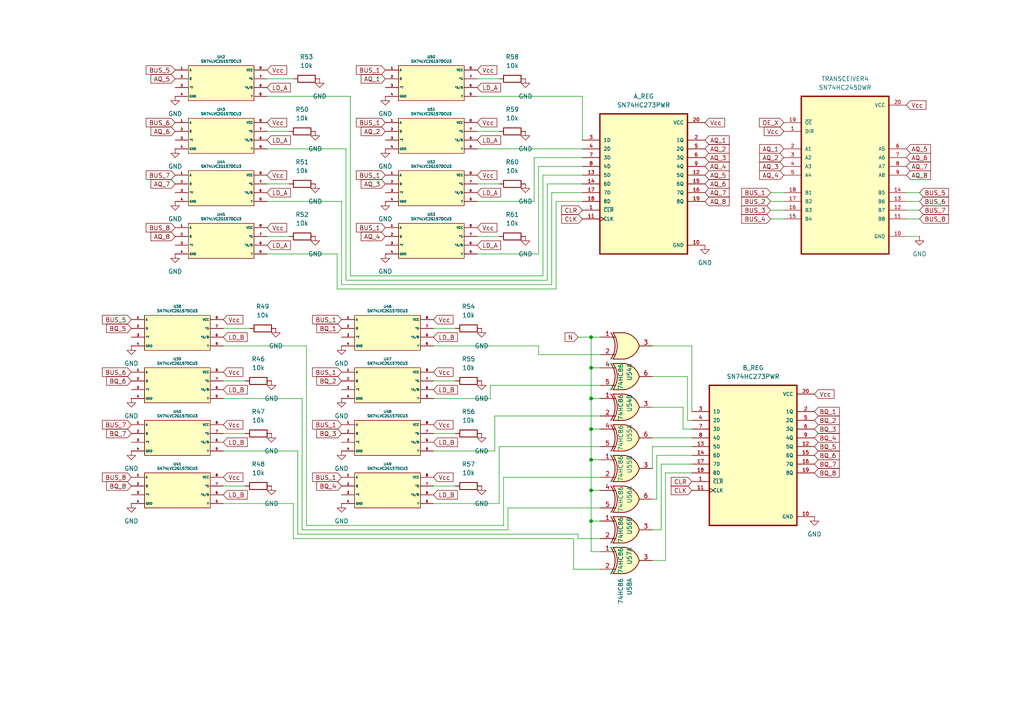
<source format=kicad_sch>
(kicad_sch (version 20250114) (generator "eeschema") (generator_version "9.0")
  (paper "A4")
  (lib_symbols
    (symbol "74xx:74HC86" (pin_names (offset 1.016))
      (property "Reference" "U" (at 0 1.27 0))
      (property "Value" "74HC86" (at 0 -1.27 0))
      (symbol "74HC86_1_0"
        (arc (start -4.4196 3.81) (mid -3.2033 0) (end -4.4196 -3.81) (stroke (width 0.254)))
        (arc (start -3.81 3.81) (mid -2.589 0) (end -3.81 -3.81) (stroke (width 0.254)))
        (polyline (pts (xy -3.81 3.81) (xy -0.635 3.81)) (stroke (width 0.254)) (fill (type background)))
        (polyline (pts (xy -3.81 -3.81) (xy -0.635 -3.81)) (stroke (width 0.254)) (fill (type background)))
        (arc (start 3.81 0) (mid 2.1855 -2.584) (end -0.6096 -3.81) (stroke (width 0.254)) (fill (type background)))
        (arc (start -0.6096 3.81) (mid 2.1928 2.5924) (end 3.81 0) (stroke (width 0.254)) (fill (type background)))
        (polyline (pts (xy -0.635 3.81) (xy -3.81 3.81) (xy -3.81 3.81) (xy -3.556 3.4036) (xy -3.0226 2.2606) (xy -2.6924 1.0414) (xy -2.6162 -0.254) (xy -2.7686 -1.4986) (xy -3.175 -2.7178) (xy -3.81 -3.81) (xy -3.81 -3.81) (xy -0.635 -3.81)) (stroke (width -25.4)) (fill (type background)))
        (pin input line (at -7.62 2.54 0) (length 4.445) (name "~") (number "1"))
        (pin input line (at -7.62 -2.54 0) (length 4.445) (name "~") (number "2"))
        (pin output line (at 7.62 0 180) (length 3.81) (name "~") (number "3"))
      )
      (symbol "74HC86_1_1"
        (polyline (pts (xy -3.81 2.54) (xy -3.175 2.54)) (stroke (width 0.1524)))
        (polyline (pts (xy -3.81 -2.54) (xy -3.175 -2.54)) (stroke (width 0.1524)))
      )
      (symbol "74HC86_2_0"
        (arc (start -4.4196 3.81) (mid -3.2033 0) (end -4.4196 -3.81) (stroke (width 0.254)))
        (arc (start -3.81 3.81) (mid -2.589 0) (end -3.81 -3.81) (stroke (width 0.254)))
        (polyline (pts (xy -3.81 3.81) (xy -0.635 3.81)) (stroke (width 0.254)) (fill (type background)))
        (polyline (pts (xy -3.81 -3.81) (xy -0.635 -3.81)) (stroke (width 0.254)) (fill (type background)))
        (arc (start 3.81 0) (mid 2.1855 -2.584) (end -0.6096 -3.81) (stroke (width 0.254)) (fill (type background)))
        (arc (start -0.6096 3.81) (mid 2.1928 2.5924) (end 3.81 0) (stroke (width 0.254)) (fill (type background)))
        (polyline (pts (xy -0.635 3.81) (xy -3.81 3.81) (xy -3.81 3.81) (xy -3.556 3.4036) (xy -3.0226 2.2606) (xy -2.6924 1.0414) (xy -2.6162 -0.254) (xy -2.7686 -1.4986) (xy -3.175 -2.7178) (xy -3.81 -3.81) (xy -3.81 -3.81) (xy -0.635 -3.81)) (stroke (width -25.4)) (fill (type background)))
        (pin input line (at -7.62 2.54 0) (length 4.445) (name "~") (number "4"))
        (pin input line (at -7.62 -2.54 0) (length 4.445) (name "~") (number "5"))
        (pin output line (at 7.62 0 180) (length 3.81) (name "~") (number "6"))
      )
      (symbol "74HC86_2_1"
        (polyline (pts (xy -3.81 2.54) (xy -3.175 2.54)) (stroke (width 0.1524)))
        (polyline (pts (xy -3.81 -2.54) (xy -3.175 -2.54)) (stroke (width 0.1524)))
      )
      (symbol "74HC86_3_0"
        (arc (start -4.4196 3.81) (mid -3.2033 0) (end -4.4196 -3.81) (stroke (width 0.254)))
        (arc (start -3.81 3.81) (mid -2.589 0) (end -3.81 -3.81) (stroke (width 0.254)))
        (polyline (pts (xy -3.81 3.81) (xy -0.635 3.81)) (stroke (width 0.254)) (fill (type background)))
        (polyline (pts (xy -3.81 -3.81) (xy -0.635 -3.81)) (stroke (width 0.254)) (fill (type background)))
        (arc (start 3.81 0) (mid 2.1855 -2.584) (end -0.6096 -3.81) (stroke (width 0.254)) (fill (type background)))
        (arc (start -0.6096 3.81) (mid 2.1928 2.5924) (end 3.81 0) (stroke (width 0.254)) (fill (type background)))
        (polyline (pts (xy -0.635 3.81) (xy -3.81 3.81) (xy -3.81 3.81) (xy -3.556 3.4036) (xy -3.0226 2.2606) (xy -2.6924 1.0414) (xy -2.6162 -0.254) (xy -2.7686 -1.4986) (xy -3.175 -2.7178) (xy -3.81 -3.81) (xy -3.81 -3.81) (xy -0.635 -3.81)) (stroke (width -25.4)) (fill (type background)))
        (pin input line (at -7.62 2.54 0) (length 4.445) (name "~") (number "9"))
        (pin input line (at -7.62 -2.54 0) (length 4.445) (name "~") (number "10"))
        (pin output line (at 7.62 0 180) (length 3.81) (name "~") (number "8"))
      )
      (symbol "74HC86_3_1"
        (polyline (pts (xy -3.81 2.54) (xy -3.175 2.54)) (stroke (width 0.1524)))
        (polyline (pts (xy -3.81 -2.54) (xy -3.175 -2.54)) (stroke (width 0.1524)))
      )
      (symbol "74HC86_4_0"
        (arc (start -4.4196 3.81) (mid -3.2033 0) (end -4.4196 -3.81) (stroke (width 0.254)))
        (arc (start -3.81 3.81) (mid -2.589 0) (end -3.81 -3.81) (stroke (width 0.254)))
        (polyline (pts (xy -3.81 3.81) (xy -0.635 3.81)) (stroke (width 0.254)) (fill (type background)))
        (polyline (pts (xy -3.81 -3.81) (xy -0.635 -3.81)) (stroke (width 0.254)) (fill (type background)))
        (arc (start 3.81 0) (mid 2.1855 -2.584) (end -0.6096 -3.81) (stroke (width 0.254)) (fill (type background)))
        (arc (start -0.6096 3.81) (mid 2.1928 2.5924) (end 3.81 0) (stroke (width 0.254)) (fill (type background)))
        (polyline (pts (xy -0.635 3.81) (xy -3.81 3.81) (xy -3.81 3.81) (xy -3.556 3.4036) (xy -3.0226 2.2606) (xy -2.6924 1.0414) (xy -2.6162 -0.254) (xy -2.7686 -1.4986) (xy -3.175 -2.7178) (xy -3.81 -3.81) (xy -3.81 -3.81) (xy -0.635 -3.81)) (stroke (width -25.4)) (fill (type background)))
        (pin input line (at -7.62 2.54 0) (length 4.445) (name "~") (number "12"))
        (pin input line (at -7.62 -2.54 0) (length 4.445) (name "~") (number "13"))
        (pin output line (at 7.62 0 180) (length 3.81) (name "~") (number "11"))
      )
      (symbol "74HC86_4_1"
        (polyline (pts (xy -3.81 2.54) (xy -3.175 2.54)) (stroke (width 0.1524)))
        (polyline (pts (xy -3.81 -2.54) (xy -3.175 -2.54)) (stroke (width 0.1524)))
      )
      (symbol "74HC86_5_0"
        (pin power_in line (at 0 12.7 270) (length 5.08) (name "VCC") (number "14"))
        (pin power_in line (at 0 -12.7 90) (length 5.08) (name "GND") (number "7"))
      )
      (symbol "74HC86_5_1"
        (rectangle (start -5.08 7.62) (end 5.08 -7.62) (stroke (width 0.254)) (fill (type background)))
      )
    )
    (symbol "Device:R" (pin_numbers (hide yes)) (pin_names (offset 0))
      (property "Reference" "R" (at 2.032 0 90))
      (property "Value" "R" (at 0 0 90))
      (symbol "R_0_1"
        (rectangle (start -1.016 -2.54) (end 1.016 2.54) (stroke (width 0.254)))
      )
      (symbol "R_1_1"
        (pin passive line (at 0 3.81 270) (length 1.27) (name "~") (number "1"))
        (pin passive line (at 0 -3.81 90) (length 1.27) (name "~") (number "2"))
      )
    )
    (symbol "SN74HC245DWR:SN74HC245DWR" (pin_names (offset 1.016))
      (property "Reference" "U" (at -12.7 23.86 0))
      (property "Value" "SN74HC245DWR" (at -12.7 -26.86 0))
      (symbol "SN74HC245DWR_0_0"
        (rectangle (start -12.7 -22.86) (end 12.7 22.86) (stroke (width 0.41)) (fill (type background)))
        (pin input line (at -17.78 15.24 0) (length 5.08) (name "~{OE}") (number "19"))
        (pin input line (at -17.78 12.7 0) (length 5.08) (name "DIR") (number "1"))
        (pin bidirectional line (at -17.78 7.62 0) (length 5.08) (name "A1") (number "2"))
        (pin bidirectional line (at -17.78 5.08 0) (length 5.08) (name "A2") (number "3"))
        (pin bidirectional line (at -17.78 2.54 0) (length 5.08) (name "A3") (number "4"))
        (pin bidirectional line (at -17.78 0 0) (length 5.08) (name "A4") (number "5"))
        (pin bidirectional line (at -17.78 -5.08 0) (length 5.08) (name "B1") (number "18"))
        (pin bidirectional line (at -17.78 -7.62 0) (length 5.08) (name "B2") (number "17"))
        (pin bidirectional line (at -17.78 -10.16 0) (length 5.08) (name "B3") (number "16"))
        (pin bidirectional line (at -17.78 -12.7 0) (length 5.08) (name "B4") (number "15"))
        (pin power_in line (at 17.78 20.32 180) (length 5.08) (name "VCC") (number "20"))
        (pin bidirectional line (at 17.78 7.62 180) (length 5.08) (name "A5") (number "6"))
        (pin bidirectional line (at 17.78 5.08 180) (length 5.08) (name "A6") (number "7"))
        (pin bidirectional line (at 17.78 2.54 180) (length 5.08) (name "A7") (number "8"))
        (pin bidirectional line (at 17.78 0 180) (length 5.08) (name "A8") (number "9"))
        (pin bidirectional line (at 17.78 -5.08 180) (length 5.08) (name "B5") (number "14"))
        (pin bidirectional line (at 17.78 -7.62 180) (length 5.08) (name "B6") (number "13"))
        (pin bidirectional line (at 17.78 -10.16 180) (length 5.08) (name "B7") (number "12"))
        (pin bidirectional line (at 17.78 -12.7 180) (length 5.08) (name "B8") (number "11"))
        (pin power_in line (at 17.78 -17.78 180) (length 5.08) (name "GND") (number "10"))
      )
    )
    (symbol "SN74HC273PWR:SN74HC273PWR" (pin_names (offset 1.016))
      (property "Reference" "U" (at -12.7 21.32 0))
      (property "Value" "SN74HC273PWR" (at -12.7 -24.32 0))
      (symbol "SN74HC273PWR_0_0"
        (rectangle (start -12.7 -20.32) (end 12.7 20.32) (stroke (width 0.41)) (fill (type background)))
        (pin input line (at -17.78 12.7 0) (length 5.08) (name "1D") (number "3"))
        (pin input line (at -17.78 10.16 0) (length 5.08) (name "2D") (number "4"))
        (pin input line (at -17.78 7.62 0) (length 5.08) (name "3D") (number "7"))
        (pin input line (at -17.78 5.08 0) (length 5.08) (name "4D") (number "8"))
        (pin input line (at -17.78 2.54 0) (length 5.08) (name "5D") (number "13"))
        (pin input line (at -17.78 0 0) (length 5.08) (name "6D") (number "14"))
        (pin input line (at -17.78 -2.54 0) (length 5.08) (name "7D") (number "17"))
        (pin input line (at -17.78 -5.08 0) (length 5.08) (name "8D") (number "18"))
        (pin input line (at -17.78 -7.62 0) (length 5.08) (name "~{CLR}") (number "1"))
        (pin input clock (at -17.78 -10.16 0) (length 5.08) (name "CLK") (number "11"))
        (pin power_in line (at 17.78 17.78 180) (length 5.08) (name "VCC") (number "20"))
        (pin output line (at 17.78 12.7 180) (length 5.08) (name "1Q") (number "2"))
        (pin output line (at 17.78 10.16 180) (length 5.08) (name "2Q") (number "5"))
        (pin output line (at 17.78 7.62 180) (length 5.08) (name "3Q") (number "6"))
        (pin output line (at 17.78 5.08 180) (length 5.08) (name "4Q") (number "9"))
        (pin output line (at 17.78 2.54 180) (length 5.08) (name "5Q") (number "12"))
        (pin output line (at 17.78 0 180) (length 5.08) (name "6Q") (number "15"))
        (pin output line (at 17.78 -2.54 180) (length 5.08) (name "7Q") (number "16"))
        (pin output line (at 17.78 -5.08 180) (length 5.08) (name "8Q") (number "19"))
        (pin power_in line (at 17.78 -17.78 180) (length 5.08) (name "GND") (number "10"))
      )
    )
    (symbol "SN74LVC2G157DCU3:SN74LVC2G157DCU3" (pin_names (offset 0.254))
      (property "Reference" "U" (at 28.702 -30.226 0))
      (property "Value" "SN74LVC2G157DCU3" (at 28.448 -32.004 0))
      (symbol "SN74LVC2G157DCU3_0_1"
        (polyline (pts (xy 19.05 -33.02) (xy 19.05 -43.18)) (stroke (width 0.127)))
        (polyline (pts (xy 19.05 -43.18) (xy 38.1 -43.18)) (stroke (width 0.127)))
        (polyline (pts (xy 38.1 -33.02) (xy 19.05 -33.02)) (stroke (width 0.127)))
        (polyline (pts (xy 38.1 -43.18) (xy 38.1 -33.02)) (stroke (width 0.127)))
      )
      (symbol "SN74LVC2G157DCU3_1_1"
        (rectangle (start 19.05 -33.02) (end 38.1 -43.18) (fill (type background)))
        (pin input line (at 15.24 -34.29 0) (length 3.81) (name "A") (number "1"))
        (pin input line (at 15.24 -36.83 0) (length 3.81) (name "B") (number "2"))
        (pin output line (at 15.24 -39.37 0) (length 3.81) (name "*Y") (number "3"))
        (pin power_in line (at 15.24 -41.91 0) (length 3.81) (name "GND") (number "4"))
        (pin power_in line (at 41.91 -34.29 180) (length 3.81) (name "VCC") (number "8"))
        (pin input line (at 41.91 -36.83 180) (length 3.81) (name "*G") (number "7"))
        (pin input line (at 41.91 -39.37 180) (length 3.81) (name "*A/B") (number "6"))
        (pin output line (at 41.91 -41.91 180) (length 3.81) (name "Y") (number "5"))
      )
    )
    (symbol "power:GND" (power) (pin_numbers (hide yes)) (pin_names (offset 0) (hide yes))
      (property "Value" "GND" (at 0 -3.81 0))
      (symbol "GND_0_1"
        (polyline (pts (xy 0 0) (xy 0 -1.27) (xy 1.27 -1.27) (xy 0 -2.54) (xy -1.27 -1.27) (xy 0 -1.27)))
      )
      (symbol "GND_1_1"
        (pin power_in line (at 0 0 270) (length 0) (name "~") (number "1"))
      )
    )
  )
  (junction (at 171.45 106.68))
  (junction (at 171.45 115.57))
  (junction (at 171.45 97.79))
  (junction (at 171.45 133.35))
  (junction (at 171.45 124.46))
  (junction (at 171.45 142.24))
  (junction (at 171.45 151.13))
  (wire (pts (xy 223.52 58.42) (xy 227.33 58.42)))
  (wire (pts (xy 83.82 38.1) (xy 77.47 38.1)))
  (wire (pts (xy 198.12 124.46) (xy 200.66 124.46)))
  (wire (pts (xy 156.21 48.26) (xy 168.91 48.26)))
  (wire (pts (xy 166.37 165.1) (xy 173.99 165.1)))
  (wire (pts (xy 262.89 58.42) (xy 266.7 58.42)))
  (wire (pts (xy 189.23 135.89) (xy 189.23 129.54)))
  (wire (pts (xy 71.12 125.73) (xy 64.77 125.73)))
  (wire (pts (xy 71.12 110.49) (xy 64.77 110.49)))
  (wire (pts (xy 144.78 68.58) (xy 138.43 68.58)))
  (wire (pts (xy 100.33 81.28) (xy 158.75 81.28)))
  (wire (pts (xy 142.24 111.76) (xy 173.99 111.76)))
  (wire (pts (xy 171.45 160.02) (xy 173.99 160.02)))
  (wire (pts (xy 132.08 125.73) (xy 125.73 125.73)))
  (wire (pts (xy 142.24 115.57) (xy 142.24 111.76)))
  (wire (pts (xy 86.36 130.81) (xy 86.36 154.94)))
  (wire (pts (xy 125.73 130.81) (xy 143.51 130.81)))
  (wire (pts (xy 147.32 153.67) (xy 147.32 147.32)))
  (wire (pts (xy 138.43 58.42) (xy 154.94 58.42)))
  (wire (pts (xy 72.39 95.25) (xy 64.77 95.25)))
  (wire (pts (xy 146.05 138.43) (xy 173.99 138.43)))
  (wire (pts (xy 171.45 97.79) (xy 171.45 106.68)))
  (wire (pts (xy 138.43 43.18) (xy 168.91 43.18)))
  (wire (pts (xy 85.09 156.21) (xy 166.37 156.21)))
  (wire (pts (xy 191.77 134.62) (xy 200.66 134.62)))
  (wire (pts (xy 171.45 115.57) (xy 171.45 124.46)))
  (wire (pts (xy 85.09 22.86) (xy 77.47 22.86)))
  (wire (pts (xy 88.9 152.4) (xy 146.05 152.4)))
  (wire (pts (xy 83.82 53.34) (xy 77.47 53.34)))
  (wire (pts (xy 83.82 68.58) (xy 77.47 68.58)))
  (wire (pts (xy 77.47 43.18) (xy 100.33 43.18)))
  (wire (pts (xy 144.78 38.1) (xy 138.43 38.1)))
  (wire (pts (xy 190.5 144.78) (xy 190.5 132.08)))
  (wire (pts (xy 87.63 153.67) (xy 147.32 153.67)))
  (wire (pts (xy 132.08 110.49) (xy 125.73 110.49)))
  (wire (pts (xy 99.06 82.55) (xy 160.02 82.55)))
  (wire (pts (xy 132.08 95.25) (xy 125.73 95.25)))
  (wire (pts (xy 100.33 43.18) (xy 100.33 81.28)))
  (wire (pts (xy 86.36 154.94) (xy 167.64 154.94)))
  (wire (pts (xy 144.78 53.34) (xy 138.43 53.34)))
  (wire (pts (xy 157.48 80.01) (xy 157.48 50.8)))
  (wire (pts (xy 171.45 151.13) (xy 173.99 151.13)))
  (wire (pts (xy 262.89 68.58) (xy 266.7 68.58)))
  (wire (pts (xy 85.09 146.05) (xy 85.09 156.21)))
  (wire (pts (xy 193.04 162.56) (xy 193.04 137.16)))
  (wire (pts (xy 144.78 129.54) (xy 173.99 129.54)))
  (wire (pts (xy 87.63 115.57) (xy 87.63 153.67)))
  (wire (pts (xy 125.73 146.05) (xy 144.78 146.05)))
  (wire (pts (xy 161.29 83.82) (xy 161.29 58.42)))
  (wire (pts (xy 200.66 100.33) (xy 200.66 119.38)))
  (wire (pts (xy 167.64 154.94) (xy 167.64 156.21)))
  (wire (pts (xy 146.05 152.4) (xy 146.05 138.43)))
  (wire (pts (xy 223.52 60.96) (xy 227.33 60.96)))
  (wire (pts (xy 262.89 55.88) (xy 266.7 55.88)))
  (wire (pts (xy 223.52 55.88) (xy 227.33 55.88)))
  (wire (pts (xy 223.52 63.5) (xy 227.33 63.5)))
  (wire (pts (xy 189.23 129.54) (xy 200.66 129.54)))
  (wire (pts (xy 171.45 133.35) (xy 173.99 133.35)))
  (wire (pts (xy 168.91 27.94) (xy 168.91 40.64)))
  (wire (pts (xy 138.43 27.94) (xy 168.91 27.94)))
  (wire (pts (xy 262.89 63.5) (xy 266.7 63.5)))
  (wire (pts (xy 189.23 153.67) (xy 191.77 153.67)))
  (wire (pts (xy 190.5 132.08) (xy 200.66 132.08)))
  (wire (pts (xy 189.23 127) (xy 200.66 127)))
  (wire (pts (xy 125.73 100.33) (xy 156.21 100.33)))
  (wire (pts (xy 171.45 142.24) (xy 171.45 151.13)))
  (wire (pts (xy 157.48 50.8) (xy 168.91 50.8)))
  (wire (pts (xy 99.06 58.42) (xy 99.06 82.55)))
  (wire (pts (xy 143.51 130.81) (xy 143.51 120.65)))
  (wire (pts (xy 262.89 60.96) (xy 266.7 60.96)))
  (wire (pts (xy 193.04 137.16) (xy 200.66 137.16)))
  (wire (pts (xy 143.51 120.65) (xy 173.99 120.65)))
  (wire (pts (xy 101.6 27.94) (xy 101.6 80.01)))
  (wire (pts (xy 64.77 130.81) (xy 86.36 130.81)))
  (wire (pts (xy 171.45 151.13) (xy 171.45 160.02)))
  (wire (pts (xy 171.45 106.68) (xy 173.99 106.68)))
  (wire (pts (xy 171.45 142.24) (xy 173.99 142.24)))
  (wire (pts (xy 166.37 156.21) (xy 166.37 165.1)))
  (wire (pts (xy 101.6 80.01) (xy 157.48 80.01)))
  (wire (pts (xy 147.32 147.32) (xy 173.99 147.32)))
  (wire (pts (xy 161.29 58.42) (xy 168.91 58.42)))
  (wire (pts (xy 158.75 81.28) (xy 158.75 53.34)))
  (wire (pts (xy 199.39 109.22) (xy 199.39 121.92)))
  (wire (pts (xy 64.77 100.33) (xy 88.9 100.33)))
  (wire (pts (xy 97.79 83.82) (xy 161.29 83.82)))
  (wire (pts (xy 158.75 53.34) (xy 168.91 53.34)))
  (wire (pts (xy 189.23 100.33) (xy 200.66 100.33)))
  (wire (pts (xy 189.23 109.22) (xy 199.39 109.22)))
  (wire (pts (xy 191.77 153.67) (xy 191.77 134.62)))
  (wire (pts (xy 97.79 73.66) (xy 97.79 83.82)))
  (wire (pts (xy 132.08 140.97) (xy 125.73 140.97)))
  (wire (pts (xy 198.12 118.11) (xy 198.12 124.46)))
  (wire (pts (xy 167.64 97.79) (xy 171.45 97.79)))
  (wire (pts (xy 144.78 22.86) (xy 138.43 22.86)))
  (wire (pts (xy 160.02 55.88) (xy 168.91 55.88)))
  (wire (pts (xy 171.45 106.68) (xy 171.45 115.57)))
  (wire (pts (xy 189.23 118.11) (xy 198.12 118.11)))
  (wire (pts (xy 88.9 100.33) (xy 88.9 152.4)))
  (wire (pts (xy 171.45 124.46) (xy 171.45 133.35)))
  (wire (pts (xy 125.73 115.57) (xy 142.24 115.57)))
  (wire (pts (xy 167.64 156.21) (xy 173.99 156.21)))
  (wire (pts (xy 71.12 140.97) (xy 64.77 140.97)))
  (wire (pts (xy 171.45 97.79) (xy 173.99 97.79)))
  (wire (pts (xy 156.21 100.33) (xy 156.21 102.87)))
  (wire (pts (xy 64.77 115.57) (xy 87.63 115.57)))
  (wire (pts (xy 173.99 115.57) (xy 171.45 115.57)))
  (wire (pts (xy 189.23 162.56) (xy 193.04 162.56)))
  (wire (pts (xy 144.78 146.05) (xy 144.78 129.54)))
  (wire (pts (xy 189.23 144.78) (xy 190.5 144.78)))
  (wire (pts (xy 171.45 124.46) (xy 173.99 124.46)))
  (wire (pts (xy 154.94 45.72) (xy 168.91 45.72)))
  (wire (pts (xy 171.45 133.35) (xy 171.45 142.24)))
  (wire (pts (xy 77.47 73.66) (xy 97.79 73.66)))
  (wire (pts (xy 77.47 58.42) (xy 99.06 58.42)))
  (wire (pts (xy 160.02 82.55) (xy 160.02 55.88)))
  (wire (pts (xy 199.39 121.92) (xy 200.66 121.92)))
  (wire (pts (xy 77.47 27.94) (xy 101.6 27.94)))
  (wire (pts (xy 156.21 73.66) (xy 156.21 48.26)))
  (wire (pts (xy 64.77 146.05) (xy 85.09 146.05)))
  (wire (pts (xy 156.21 102.87) (xy 173.99 102.87)))
  (wire (pts (xy 138.43 73.66) (xy 156.21 73.66)))
  (wire (pts (xy 154.94 58.42) (xy 154.94 45.72)))
  (global_label "BQ_5" (shape input) (at 38.1 95.25 180) (property "Intersheetrefs" "${INTERSHEET_REFS}" (effects (hide yes))))
  (global_label "AQ_4" (shape input) (at 227.33 50.8 180) (property "Intersheetrefs" "${INTERSHEET_REFS}" (effects (hide yes))))
  (global_label "AQ_7" (shape input) (at 262.89 48.26 0) (property "Intersheetrefs" "${INTERSHEET_REFS}" (effects (hide yes))))
  (global_label "LD_B" (shape input) (at 125.73 97.79 0) (property "Intersheetrefs" "${INTERSHEET_REFS}" (effects (hide yes))))
  (global_label "AQ_4" (shape input) (at 204.47 48.26 0) (property "Intersheetrefs" "${INTERSHEET_REFS}" (effects (hide yes))))
  (global_label "AQ_6" (shape input) (at 204.47 53.34 0) (property "Intersheetrefs" "${INTERSHEET_REFS}" (effects (hide yes))))
  (global_label "LD_A" (shape input) (at 138.43 55.88 0) (property "Intersheetrefs" "${INTERSHEET_REFS}" (effects (hide yes))))
  (global_label "AQ_3" (shape input) (at 111.76 53.34 180) (property "Intersheetrefs" "${INTERSHEET_REFS}" (effects (hide yes))))
  (global_label "BUS_1" (shape input) (at 111.76 20.32 180) (property "Intersheetrefs" "${INTERSHEET_REFS}" (effects (hide yes))))
  (global_label "LD_A" (shape input) (at 138.43 71.12 0) (property "Intersheetrefs" "${INTERSHEET_REFS}" (effects (hide yes))))
  (global_label "LD_B" (shape input) (at 64.77 143.51 0) (property "Intersheetrefs" "${INTERSHEET_REFS}" (effects (hide yes))))
  (global_label "LD_B" (shape input) (at 64.77 113.03 0) (property "Intersheetrefs" "${INTERSHEET_REFS}" (effects (hide yes))))
  (global_label "AQ_6" (shape input) (at 262.89 45.72 0) (property "Intersheetrefs" "${INTERSHEET_REFS}" (effects (hide yes))))
  (global_label "BUS_1" (shape input) (at 99.06 107.95 180) (property "Intersheetrefs" "${INTERSHEET_REFS}" (effects (hide yes))))
  (global_label "Vcc" (shape input) (at 64.77 107.95 0) (property "Intersheetrefs" "${INTERSHEET_REFS}" (effects (hide yes))))
  (global_label "BUS_1" (shape input) (at 111.76 66.04 180) (property "Intersheetrefs" "${INTERSHEET_REFS}" (effects (hide yes))))
  (global_label "LD_A" (shape input) (at 138.43 40.64 0) (property "Intersheetrefs" "${INTERSHEET_REFS}" (effects (hide yes))))
  (global_label "Vcc" (shape input) (at 125.73 138.43 0) (property "Intersheetrefs" "${INTERSHEET_REFS}" (effects (hide yes))))
  (global_label "BUS_7" (shape input) (at 50.8 50.8 180) (property "Intersheetrefs" "${INTERSHEET_REFS}" (effects (hide yes))))
  (global_label "AQ_3" (shape input) (at 204.47 45.72 0) (property "Intersheetrefs" "${INTERSHEET_REFS}" (effects (hide yes))))
  (global_label "BUS_8" (shape input) (at 266.7 63.5 0) (property "Intersheetrefs" "${INTERSHEET_REFS}" (effects (hide yes))))
  (global_label "AQ_5" (shape input) (at 262.89 43.18 0) (property "Intersheetrefs" "${INTERSHEET_REFS}" (effects (hide yes))))
  (global_label "Vcc" (shape input) (at 138.43 20.32 0) (property "Intersheetrefs" "${INTERSHEET_REFS}" (effects (hide yes))))
  (global_label "Vcc" (shape input) (at 125.73 107.95 0) (property "Intersheetrefs" "${INTERSHEET_REFS}" (effects (hide yes))))
  (global_label "BUS_1" (shape input) (at 111.76 35.56 180) (property "Intersheetrefs" "${INTERSHEET_REFS}" (effects (hide yes))))
  (global_label "LD_B" (shape input) (at 125.73 143.51 0) (property "Intersheetrefs" "${INTERSHEET_REFS}" (effects (hide yes))))
  (global_label "BQ_7" (shape input) (at 38.1 125.73 180) (property "Intersheetrefs" "${INTERSHEET_REFS}" (effects (hide yes))))
  (global_label "CLK" (shape input) (at 168.91 63.5 180) (property "Intersheetrefs" "${INTERSHEET_REFS}" (effects (hide yes))))
  (global_label "BUS_5" (shape input) (at 38.1 92.71 180) (property "Intersheetrefs" "${INTERSHEET_REFS}" (effects (hide yes))))
  (global_label "BQ_1" (shape input) (at 99.06 95.25 180) (property "Intersheetrefs" "${INTERSHEET_REFS}" (effects (hide yes))))
  (global_label "Vcc" (shape input) (at 138.43 66.04 0) (property "Intersheetrefs" "${INTERSHEET_REFS}" (effects (hide yes))))
  (global_label "AQ_2" (shape input) (at 204.47 43.18 0) (property "Intersheetrefs" "${INTERSHEET_REFS}" (effects (hide yes))))
  (global_label "LD_B" (shape input) (at 125.73 113.03 0) (property "Intersheetrefs" "${INTERSHEET_REFS}" (effects (hide yes))))
  (global_label "LD_A" (shape input) (at 77.47 40.64 0) (property "Intersheetrefs" "${INTERSHEET_REFS}" (effects (hide yes))))
  (global_label "Vcc" (shape input) (at 77.47 50.8 0) (property "Intersheetrefs" "${INTERSHEET_REFS}" (effects (hide yes))))
  (global_label "BUS_1" (shape input) (at 99.06 138.43 180) (property "Intersheetrefs" "${INTERSHEET_REFS}" (effects (hide yes))))
  (global_label "AQ_7" (shape input) (at 204.47 55.88 0) (property "Intersheetrefs" "${INTERSHEET_REFS}" (effects (hide yes))))
  (global_label "BUS_6" (shape input) (at 38.1 107.95 180) (property "Intersheetrefs" "${INTERSHEET_REFS}" (effects (hide yes))))
  (global_label "Vcc" (shape input) (at 77.47 66.04 0) (property "Intersheetrefs" "${INTERSHEET_REFS}" (effects (hide yes))))
  (global_label "CLR" (shape input) (at 168.91 60.96 180) (property "Intersheetrefs" "${INTERSHEET_REFS}" (effects (hide yes))))
  (global_label "Vcc" (shape input) (at 138.43 50.8 0) (property "Intersheetrefs" "${INTERSHEET_REFS}" (effects (hide yes))))
  (global_label "LD_B" (shape input) (at 64.77 128.27 0) (property "Intersheetrefs" "${INTERSHEET_REFS}" (effects (hide yes))))
  (global_label "Vcc" (shape input) (at 64.77 138.43 0) (property "Intersheetrefs" "${INTERSHEET_REFS}" (effects (hide yes))))
  (global_label "AQ_2" (shape input) (at 111.76 38.1 180) (property "Intersheetrefs" "${INTERSHEET_REFS}" (effects (hide yes))))
  (global_label "BUS_5" (shape input) (at 50.8 20.32 180) (property "Intersheetrefs" "${INTERSHEET_REFS}" (effects (hide yes))))
  (global_label "Vcc" (shape input) (at 125.73 123.19 0) (property "Intersheetrefs" "${INTERSHEET_REFS}" (effects (hide yes))))
  (global_label "BQ_2" (shape input) (at 236.22 121.92 0) (property "Intersheetrefs" "${INTERSHEET_REFS}" (effects (hide yes))))
  (global_label "BQ_3" (shape input) (at 99.06 125.73 180) (property "Intersheetrefs" "${INTERSHEET_REFS}" (effects (hide yes))))
  (global_label "AQ_6" (shape input) (at 50.8 38.1 180) (property "Intersheetrefs" "${INTERSHEET_REFS}" (effects (hide yes))))
  (global_label "AQ_2" (shape input) (at 227.33 45.72 180) (property "Intersheetrefs" "${INTERSHEET_REFS}" (effects (hide yes))))
  (global_label "OE_X" (shape input) (at 227.33 35.56 180) (property "Intersheetrefs" "${INTERSHEET_REFS}" (effects (hide yes))))
  (global_label "CLR" (shape input) (at 200.66 139.7 180) (property "Intersheetrefs" "${INTERSHEET_REFS}" (effects (hide yes))))
  (global_label "BUS_8" (shape input) (at 38.1 138.43 180) (property "Intersheetrefs" "${INTERSHEET_REFS}" (effects (hide yes))))
  (global_label "BQ_8" (shape input) (at 236.22 137.16 0) (property "Intersheetrefs" "${INTERSHEET_REFS}" (effects (hide yes))))
  (global_label "CLK" (shape input) (at 200.66 142.24 180) (property "Intersheetrefs" "${INTERSHEET_REFS}" (effects (hide yes))))
  (global_label "N" (shape input) (at 167.64 97.79 180) (property "Intersheetrefs" "${INTERSHEET_REFS}" (effects (hide yes))))
  (global_label "BQ_6" (shape input) (at 38.1 110.49 180) (property "Intersheetrefs" "${INTERSHEET_REFS}" (effects (hide yes))))
  (global_label "Vcc" (shape input) (at 64.77 123.19 0) (property "Intersheetrefs" "${INTERSHEET_REFS}" (effects (hide yes))))
  (global_label "Vcc" (shape input) (at 125.73 92.71 0) (property "Intersheetrefs" "${INTERSHEET_REFS}" (effects (hide yes))))
  (global_label "AQ_8" (shape input) (at 204.47 58.42 0) (property "Intersheetrefs" "${INTERSHEET_REFS}" (effects (hide yes))))
  (global_label "AQ_4" (shape input) (at 111.76 68.58 180) (property "Intersheetrefs" "${INTERSHEET_REFS}" (effects (hide yes))))
  (global_label "BUS_4" (shape input) (at 223.52 63.5 180) (property "Intersheetrefs" "${INTERSHEET_REFS}" (effects (hide yes))))
  (global_label "Vcc" (shape input) (at 77.47 20.32 0) (property "Intersheetrefs" "${INTERSHEET_REFS}" (effects (hide yes))))
  (global_label "Vcc" (shape input) (at 236.22 114.3 0) (property "Intersheetrefs" "${INTERSHEET_REFS}" (effects (hide yes))))
  (global_label "Vcc" (shape input) (at 204.47 35.56 0) (property "Intersheetrefs" "${INTERSHEET_REFS}" (effects (hide yes))))
  (global_label "BUS_1" (shape input) (at 99.06 92.71 180) (property "Intersheetrefs" "${INTERSHEET_REFS}" (effects (hide yes))))
  (global_label "BQ_1" (shape input) (at 236.22 119.38 0) (property "Intersheetrefs" "${INTERSHEET_REFS}" (effects (hide yes))))
  (global_label "BUS_1" (shape input) (at 111.76 50.8 180) (property "Intersheetrefs" "${INTERSHEET_REFS}" (effects (hide yes))))
  (global_label "AQ_5" (shape input) (at 204.47 50.8 0) (property "Intersheetrefs" "${INTERSHEET_REFS}" (effects (hide yes))))
  (global_label "LD_A" (shape input) (at 138.43 25.4 0) (property "Intersheetrefs" "${INTERSHEET_REFS}" (effects (hide yes))))
  (global_label "BUS_8" (shape input) (at 50.8 66.04 180) (property "Intersheetrefs" "${INTERSHEET_REFS}" (effects (hide yes))))
  (global_label "Vcc" (shape input) (at 227.33 38.1 180) (property "Intersheetrefs" "${INTERSHEET_REFS}" (effects (hide yes))))
  (global_label "Vcc" (shape input) (at 64.77 92.71 0) (property "Intersheetrefs" "${INTERSHEET_REFS}" (effects (hide yes))))
  (global_label "LD_B" (shape input) (at 64.77 97.79 0) (property "Intersheetrefs" "${INTERSHEET_REFS}" (effects (hide yes))))
  (global_label "AQ_8" (shape input) (at 50.8 68.58 180) (property "Intersheetrefs" "${INTERSHEET_REFS}" (effects (hide yes))))
  (global_label "LD_A" (shape input) (at 77.47 71.12 0) (property "Intersheetrefs" "${INTERSHEET_REFS}" (effects (hide yes))))
  (global_label "BQ_4" (shape input) (at 99.06 140.97 180) (property "Intersheetrefs" "${INTERSHEET_REFS}" (effects (hide yes))))
  (global_label "AQ_5" (shape input) (at 50.8 22.86 180) (property "Intersheetrefs" "${INTERSHEET_REFS}" (effects (hide yes))))
  (global_label "AQ_1" (shape input) (at 227.33 43.18 180) (property "Intersheetrefs" "${INTERSHEET_REFS}" (effects (hide yes))))
  (global_label "BQ_8" (shape input) (at 38.1 140.97 180) (property "Intersheetrefs" "${INTERSHEET_REFS}" (effects (hide yes))))
  (global_label "Vcc" (shape input) (at 138.43 35.56 0) (property "Intersheetrefs" "${INTERSHEET_REFS}" (effects (hide yes))))
  (global_label "BUS_2" (shape input) (at 223.52 58.42 180) (property "Intersheetrefs" "${INTERSHEET_REFS}" (effects (hide yes))))
  (global_label "BUS_7" (shape input) (at 38.1 123.19 180) (property "Intersheetrefs" "${INTERSHEET_REFS}" (effects (hide yes))))
  (global_label "BUS_7" (shape input) (at 266.7 60.96 0) (property "Intersheetrefs" "${INTERSHEET_REFS}" (effects (hide yes))))
  (global_label "BUS_5" (shape input) (at 266.7 55.88 0) (property "Intersheetrefs" "${INTERSHEET_REFS}" (effects (hide yes))))
  (global_label "BQ_3" (shape input) (at 236.22 124.46 0) (property "Intersheetrefs" "${INTERSHEET_REFS}" (effects (hide yes))))
  (global_label "BUS_1" (shape input) (at 223.52 55.88 180) (property "Intersheetrefs" "${INTERSHEET_REFS}" (effects (hide yes))))
  (global_label "BQ_6" (shape input) (at 236.22 132.08 0) (property "Intersheetrefs" "${INTERSHEET_REFS}" (effects (hide yes))))
  (global_label "LD_A" (shape input) (at 77.47 25.4 0) (property "Intersheetrefs" "${INTERSHEET_REFS}" (effects (hide yes))))
  (global_label "BUS_3" (shape input) (at 223.52 60.96 180) (property "Intersheetrefs" "${INTERSHEET_REFS}" (effects (hide yes))))
  (global_label "BUS_1" (shape input) (at 99.06 123.19 180) (property "Intersheetrefs" "${INTERSHEET_REFS}" (effects (hide yes))))
  (global_label "LD_A" (shape input) (at 77.47 55.88 0) (property "Intersheetrefs" "${INTERSHEET_REFS}" (effects (hide yes))))
  (global_label "Vcc" (shape input) (at 77.47 35.56 0) (property "Intersheetrefs" "${INTERSHEET_REFS}" (effects (hide yes))))
  (global_label "AQ_1" (shape input) (at 111.76 22.86 180) (property "Intersheetrefs" "${INTERSHEET_REFS}" (effects (hide yes))))
  (global_label "BUS_6" (shape input) (at 50.8 35.56 180) (property "Intersheetrefs" "${INTERSHEET_REFS}" (effects (hide yes))))
  (global_label "BQ_5" (shape input) (at 236.22 129.54 0) (property "Intersheetrefs" "${INTERSHEET_REFS}" (effects (hide yes))))
  (global_label "Vcc" (shape input) (at 262.89 30.48 0) (property "Intersheetrefs" "${INTERSHEET_REFS}" (effects (hide yes))))
  (global_label "AQ_1" (shape input) (at 204.47 40.64 0) (property "Intersheetrefs" "${INTERSHEET_REFS}" (effects (hide yes))))
  (global_label "BQ_7" (shape input) (at 236.22 134.62 0) (property "Intersheetrefs" "${INTERSHEET_REFS}" (effects (hide yes))))
  (global_label "BUS_6" (shape input) (at 266.7 58.42 0) (property "Intersheetrefs" "${INTERSHEET_REFS}" (effects (hide yes))))
  (global_label "LD_B" (shape input) (at 125.73 128.27 0) (property "Intersheetrefs" "${INTERSHEET_REFS}" (effects (hide yes))))
  (global_label "BQ_2" (shape input) (at 99.06 110.49 180) (property "Intersheetrefs" "${INTERSHEET_REFS}" (effects (hide yes))))
  (global_label "AQ_7" (shape input) (at 50.8 53.34 180) (property "Intersheetrefs" "${INTERSHEET_REFS}" (effects (hide yes))))
  (global_label "AQ_3" (shape input) (at 227.33 48.26 180) (property "Intersheetrefs" "${INTERSHEET_REFS}" (effects (hide yes))))
  (global_label "AQ_8" (shape input) (at 262.89 50.8 0) (property "Intersheetrefs" "${INTERSHEET_REFS}" (effects (hide yes))))
  (global_label "BQ_4" (shape input) (at 236.22 127 0) (property "Intersheetrefs" "${INTERSHEET_REFS}" (effects (hide yes))))
  (symbol (lib_id "SN74LVC2G157DCU3:SN74LVC2G157DCU3") (at 35.56 31.75 0) (unit 1)
    (property "Reference" "U45" (at 64.135 62.23 0) (effects (font (size 0.762 0.762))))
    (property "Value" "SN74LVC2G157DCU3" (at 64.135 63.5 0) (effects (font (size 0.762 0.762))))
    (property "Footprint" "DCU8" (effects (hide yes)))
    (property "Datasheet" "https://www.ti.com/lit/gpn/sn74lvc2g157" (effects (hide yes)))
  )
  (symbol (lib_id "power:GND") (at 139.7 110.49 0) (unit 1)
    (property "Reference" "#PWR0137" (effects (hide yes)))
    (property "Value" "GND" (at 139.7 115.57 0))
    (property "Description" "Power symbol creates a global label with name \"GND\" , ground" (effects (hide yes)))
  )
  (symbol (lib_id "power:GND") (at 99.06 100.33 0) (unit 1)
    (property "Reference" "#PWR0128" (effects (hide yes)))
    (property "Value" "GND" (at 99.06 105.41 0))
    (property "Description" "Power symbol creates a global label with name \"GND\" , ground" (effects (hide yes)))
  )
  (symbol (lib_id "Device:R") (at 135.89 140.97 90) (unit 1)
    (property "Reference" "R57" (at 135.89 134.62 90))
    (property "Value" "10k" (at 135.89 137.16 90))
    (property "Description" "Resistor" (effects (hide yes)))
  )
  (symbol (lib_id "power:GND") (at 50.8 27.94 0) (unit 1)
    (property "Reference" "#PWR0116" (effects (hide yes)))
    (property "Value" "GND" (at 50.8 33.02 0))
    (property "Description" "Power symbol creates a global label with name \"GND\" , ground" (effects (hide yes)))
  )
  (symbol (lib_id "SN74LVC2G157DCU3:SN74LVC2G157DCU3") (at 96.52 31.75 0) (unit 1)
    (property "Reference" "U53" (at 125.095 62.23 0) (effects (font (size 0.762 0.762))))
    (property "Value" "SN74LVC2G157DCU3" (at 125.095 63.5 0) (effects (font (size 0.762 0.762))))
    (property "Footprint" "DCU8" (effects (hide yes)))
    (property "Datasheet" "https://www.ti.com/lit/gpn/sn74lvc2g157" (effects (hide yes)))
  )
  (symbol (lib_id "power:GND") (at 38.1 115.57 0) (unit 1)
    (property "Reference" "#PWR0113" (effects (hide yes)))
    (property "Value" "GND" (at 38.1 120.65 0))
    (property "Description" "Power symbol creates a global label with name \"GND\" , ground" (effects (hide yes)))
  )
  (symbol (lib_id "power:GND") (at 152.4 22.86 0) (unit 1)
    (property "Reference" "#PWR0140" (effects (hide yes)))
    (property "Value" "GND" (at 152.4 27.94 0))
    (property "Description" "Power symbol creates a global label with name \"GND\" , ground" (effects (hide yes)))
  )
  (symbol (lib_id "SN74LVC2G157DCU3:SN74LVC2G157DCU3") (at 35.56 -13.97 0) (unit 1)
    (property "Reference" "U42" (at 64.135 16.51 0) (effects (font (size 0.762 0.762))))
    (property "Value" "SN74LVC2G157DCU3" (at 64.135 17.78 0) (effects (font (size 0.762 0.762))))
    (property "Footprint" "DCU8" (effects (hide yes)))
    (property "Datasheet" "https://www.ti.com/lit/gpn/sn74lvc2g157" (effects (hide yes)))
  )
  (symbol (lib_id "power:GND") (at 91.44 53.34 0) (unit 1)
    (property "Reference" "#PWR0125" (effects (hide yes)))
    (property "Value" "GND" (at 91.44 58.42 0))
    (property "Description" "Power symbol creates a global label with name \"GND\" , ground" (effects (hide yes)))
  )
  (symbol (lib_id "power:GND") (at 80.01 95.25 0) (unit 1)
    (property "Reference" "#PWR0123" (effects (hide yes)))
    (property "Value" "GND" (at 80.01 100.33 0))
    (property "Description" "Power symbol creates a global label with name \"GND\" , ground" (effects (hide yes)))
  )
  (symbol (lib_id "Device:R") (at 135.89 110.49 90) (unit 1)
    (property "Reference" "R55" (at 135.89 104.14 90))
    (property "Value" "10k" (at 135.89 106.68 90))
    (property "Description" "Resistor" (effects (hide yes)))
  )
  (symbol (lib_id "SN74LVC2G157DCU3:SN74LVC2G157DCU3") (at 35.56 1.27 0) (unit 1)
    (property "Reference" "U43" (at 64.135 31.75 0) (effects (font (size 0.762 0.762))))
    (property "Value" "SN74LVC2G157DCU3" (at 64.135 33.02 0) (effects (font (size 0.762 0.762))))
    (property "Footprint" "DCU8" (effects (hide yes)))
    (property "Datasheet" "https://www.ti.com/lit/gpn/sn74lvc2g157" (effects (hide yes)))
  )
  (symbol (lib_id "power:GND") (at 204.47 71.12 0) (unit 1)
    (property "Reference" "#PWR0144" (effects (hide yes)))
    (property "Value" "GND" (at 204.47 76.2 0))
    (property "Description" "Power symbol creates a global label with name \"GND\" , ground" (effects (hide yes)))
  )
  (symbol (lib_id "power:GND") (at 78.74 125.73 0) (unit 1)
    (property "Reference" "#PWR0121" (effects (hide yes)))
    (property "Value" "GND" (at 78.74 130.81 0))
    (property "Description" "Power symbol creates a global label with name \"GND\" , ground" (effects (hide yes)))
  )
  (symbol (lib_id "SN74HC273PWR:SN74HC273PWR") (at 186.69 53.34 0) (unit 1)
    (property "Reference" "A_REG" (at 186.69 27.94 0))
    (property "Value" "SN74HC273PWR" (at 186.69 30.48 0))
    (property "Footprint" "SN74HC273PWR:SOP65P640X120-20N" (effects (hide yes)))
  )
  (symbol (lib_id "power:GND") (at 111.76 27.94 0) (unit 1)
    (property "Reference" "#PWR0132" (effects (hide yes)))
    (property "Value" "GND" (at 111.76 33.02 0))
    (property "Description" "Power symbol creates a global label with name \"GND\" , ground" (effects (hide yes)))
  )
  (symbol (lib_id "74xx:74HC86") (at 181.61 127 0) (unit 2)
    (property "Reference" "U55" (at 182.5753 132.08 90) (effects (justify right)))
    (property "Value" "74HC86" (at 180.0353 132.08 90) (effects (justify right)))
    (property "Datasheet" "http://www.ti.com/lit/gpn/sn74HC86" (effects (hide yes)))
    (property "Description" "Quad 2-input XOR" (effects (hide yes)))
  )
  (symbol (lib_id "power:GND") (at 139.7 125.73 0) (unit 1)
    (property "Reference" "#PWR0138" (effects (hide yes)))
    (property "Value" "GND" (at 139.7 130.81 0))
    (property "Description" "Power symbol creates a global label with name \"GND\" , ground" (effects (hide yes)))
  )
  (symbol (lib_id "SN74HC273PWR:SN74HC273PWR") (at 218.44 132.08 0) (unit 1)
    (property "Reference" "B_REG" (at 218.44 106.68 0))
    (property "Value" "SN74HC273PWR" (at 218.44 109.22 0))
    (property "Footprint" "SN74HC273PWR:SOP65P640X120-20N" (effects (hide yes)))
  )
  (symbol (lib_id "Device:R") (at 74.93 110.49 90) (unit 1)
    (property "Reference" "R46" (at 74.93 104.14 90))
    (property "Value" "10k" (at 74.93 106.68 90))
    (property "Description" "Resistor" (effects (hide yes)))
  )
  (symbol (lib_id "power:GND") (at 91.44 68.58 0) (unit 1)
    (property "Reference" "#PWR0126" (effects (hide yes)))
    (property "Value" "GND" (at 91.44 73.66 0))
    (property "Description" "Power symbol creates a global label with name \"GND\" , ground" (effects (hide yes)))
  )
  (symbol (lib_id "power:GND") (at 38.1 146.05 0) (unit 1)
    (property "Reference" "#PWR0115" (effects (hide yes)))
    (property "Value" "GND" (at 38.1 151.13 0))
    (property "Description" "Power symbol creates a global label with name \"GND\" , ground" (effects (hide yes)))
  )
  (symbol (lib_id "power:GND") (at 99.06 146.05 0) (unit 1)
    (property "Reference" "#PWR0131" (effects (hide yes)))
    (property "Value" "GND" (at 99.06 151.13 0))
    (property "Description" "Power symbol creates a global label with name \"GND\" , ground" (effects (hide yes)))
  )
  (symbol (lib_id "74xx:74HC86") (at 181.61 109.22 0) (unit 2)
    (property "Reference" "U54" (at 182.5753 114.3 90) (effects (justify right)))
    (property "Value" "74HC86" (at 180.0353 114.3 90) (effects (justify right)))
    (property "Datasheet" "http://www.ti.com/lit/gpn/sn74HC86" (effects (hide yes)))
    (property "Description" "Quad 2-input XOR" (effects (hide yes)))
  )
  (symbol (lib_id "Device:R") (at 148.59 22.86 90) (unit 1)
    (property "Reference" "R58" (at 148.59 16.51 90))
    (property "Value" "10k" (at 148.59 19.05 90))
    (property "Description" "Resistor" (effects (hide yes)))
  )
  (symbol (lib_id "power:GND") (at 111.76 58.42 0) (unit 1)
    (property "Reference" "#PWR0134" (effects (hide yes)))
    (property "Value" "GND" (at 111.76 63.5 0))
    (property "Description" "Power symbol creates a global label with name \"GND\" , ground" (effects (hide yes)))
  )
  (symbol (lib_id "power:GND") (at 111.76 43.18 0) (unit 1)
    (property "Reference" "#PWR0133" (effects (hide yes)))
    (property "Value" "GND" (at 111.76 48.26 0))
    (property "Description" "Power symbol creates a global label with name \"GND\" , ground" (effects (hide yes)))
  )
  (symbol (lib_id "SN74LVC2G157DCU3:SN74LVC2G157DCU3") (at 96.52 16.51 0) (unit 1)
    (property "Reference" "U52" (at 125.095 46.99 0) (effects (font (size 0.762 0.762))))
    (property "Value" "SN74LVC2G157DCU3" (at 125.095 48.26 0) (effects (font (size 0.762 0.762))))
    (property "Footprint" "DCU8" (effects (hide yes)))
    (property "Datasheet" "https://www.ti.com/lit/gpn/sn74lvc2g157" (effects (hide yes)))
  )
  (symbol (lib_id "74xx:74HC86") (at 181.61 153.67 0) (unit 1)
    (property "Reference" "U57" (at 182.5753 158.75 90) (effects (justify right)))
    (property "Value" "74HC86" (at 180.0353 158.75 90) (effects (justify right)))
    (property "Datasheet" "http://www.ti.com/lit/gpn/sn74HC86" (effects (hide yes)))
    (property "Description" "Quad 2-input XOR" (effects (hide yes)))
  )
  (symbol (lib_id "Device:R") (at 87.63 38.1 90) (unit 1)
    (property "Reference" "R50" (at 87.63 31.75 90))
    (property "Value" "10k" (at 87.63 34.29 90))
    (property "Description" "Resistor" (effects (hide yes)))
  )
  (symbol (lib_id "74xx:74HC86") (at 181.61 100.33 0) (unit 1)
    (property "Reference" "U54" (at 182.5753 105.41 90) (effects (justify right)))
    (property "Value" "74HC86" (at 180.0353 105.41 90) (effects (justify right)))
    (property "Datasheet" "http://www.ti.com/lit/gpn/sn74HC86" (effects (hide yes)))
    (property "Description" "Quad 2-input XOR" (effects (hide yes)))
  )
  (symbol (lib_id "Device:R") (at 87.63 68.58 90) (unit 1)
    (property "Reference" "R52" (at 87.63 62.23 90))
    (property "Value" "10k" (at 87.63 64.77 90))
    (property "Description" "Resistor" (effects (hide yes)))
  )
  (symbol (lib_id "power:GND") (at 139.7 95.25 0) (unit 1)
    (property "Reference" "#PWR0136" (effects (hide yes)))
    (property "Value" "GND" (at 139.7 100.33 0))
    (property "Description" "Power symbol creates a global label with name \"GND\" , ground" (effects (hide yes)))
  )
  (symbol (lib_id "power:GND") (at 266.7 68.58 0) (unit 1)
    (property "Reference" "#PWR0146" (effects (hide yes)))
    (property "Value" "GND" (at 266.7 73.66 0))
    (property "Description" "Power symbol creates a global label with name \"GND\" , ground" (effects (hide yes)))
  )
  (symbol (lib_id "power:GND") (at 92.71 22.86 0) (unit 1)
    (property "Reference" "#PWR0127" (effects (hide yes)))
    (property "Value" "GND" (at 92.71 27.94 0))
    (property "Description" "Power symbol creates a global label with name \"GND\" , ground" (effects (hide yes)))
  )
  (symbol (lib_id "power:GND") (at 152.4 53.34 0) (unit 1)
    (property "Reference" "#PWR0142" (effects (hide yes)))
    (property "Value" "GND" (at 152.4 58.42 0))
    (property "Description" "Power symbol creates a global label with name \"GND\" , ground" (effects (hide yes)))
  )
  (symbol (lib_id "power:GND") (at 236.22 149.86 0) (unit 1)
    (property "Reference" "#PWR0145" (effects (hide yes)))
    (property "Value" "GND" (at 236.22 154.94 0))
    (property "Description" "Power symbol creates a global label with name \"GND\" , ground" (effects (hide yes)))
  )
  (symbol (lib_id "Device:R") (at 74.93 140.97 90) (unit 1)
    (property "Reference" "R48" (at 74.93 134.62 90))
    (property "Value" "10k" (at 74.93 137.16 90))
    (property "Description" "Resistor" (effects (hide yes)))
  )
  (symbol (lib_id "SN74LVC2G157DCU3:SN74LVC2G157DCU3") (at 83.82 88.9 0) (unit 1)
    (property "Reference" "U48" (at 112.395 119.38 0) (effects (font (size 0.762 0.762))))
    (property "Value" "SN74LVC2G157DCU3" (at 112.395 120.65 0) (effects (font (size 0.762 0.762))))
    (property "Footprint" "DCU8" (effects (hide yes)))
    (property "Datasheet" "https://www.ti.com/lit/gpn/sn74lvc2g157" (effects (hide yes)))
  )
  (symbol (lib_id "power:GND") (at 111.76 73.66 0) (unit 1)
    (property "Reference" "#PWR0135" (effects (hide yes)))
    (property "Value" "GND" (at 111.76 78.74 0))
    (property "Description" "Power symbol creates a global label with name \"GND\" , ground" (effects (hide yes)))
  )
  (symbol (lib_id "SN74LVC2G157DCU3:SN74LVC2G157DCU3") (at 83.82 104.14 0) (unit 1)
    (property "Reference" "U49" (at 112.395 134.62 0) (effects (font (size 0.762 0.762))))
    (property "Value" "SN74LVC2G157DCU3" (at 112.395 135.89 0) (effects (font (size 0.762 0.762))))
    (property "Footprint" "DCU8" (effects (hide yes)))
    (property "Datasheet" "https://www.ti.com/lit/gpn/sn74lvc2g157" (effects (hide yes)))
  )
  (symbol (lib_id "power:GND") (at 50.8 43.18 0) (unit 1)
    (property "Reference" "#PWR0117" (effects (hide yes)))
    (property "Value" "GND" (at 50.8 48.26 0))
    (property "Description" "Power symbol creates a global label with name \"GND\" , ground" (effects (hide yes)))
  )
  (symbol (lib_id "SN74LVC2G157DCU3:SN74LVC2G157DCU3") (at 22.86 88.9 0) (unit 1)
    (property "Reference" "U40" (at 51.435 119.38 0) (effects (font (size 0.762 0.762))))
    (property "Value" "SN74LVC2G157DCU3" (at 51.435 120.65 0) (effects (font (size 0.762 0.762))))
    (property "Footprint" "DCU8" (effects (hide yes)))
    (property "Datasheet" "https://www.ti.com/lit/gpn/sn74lvc2g157" (effects (hide yes)))
  )
  (symbol (lib_id "power:GND") (at 78.74 110.49 0) (unit 1)
    (property "Reference" "#PWR0120" (effects (hide yes)))
    (property "Value" "GND" (at 78.74 115.57 0))
    (property "Description" "Power symbol creates a global label with name \"GND\" , ground" (effects (hide yes)))
  )
  (symbol (lib_id "74xx:74HC86") (at 181.61 118.11 0) (unit 1)
    (property "Reference" "U55" (at 182.5753 123.19 90) (effects (justify right)))
    (property "Value" "74HC86" (at 180.0353 123.19 90) (effects (justify right)))
    (property "Datasheet" "http://www.ti.com/lit/gpn/sn74HC86" (effects (hide yes)))
    (property "Description" "Quad 2-input XOR" (effects (hide yes)))
  )
  (symbol (lib_id "Device:R") (at 148.59 68.58 90) (unit 1)
    (property "Reference" "R61" (at 148.59 62.23 90))
    (property "Value" "10k" (at 148.59 64.77 90))
    (property "Description" "Resistor" (effects (hide yes)))
  )
  (symbol (lib_id "74xx:74HC86") (at 181.61 144.78 0) (unit 2)
    (property "Reference" "U56" (at 182.5753 149.86 90) (effects (justify right)))
    (property "Value" "74HC86" (at 180.0353 149.86 90) (effects (justify right)))
    (property "Datasheet" "http://www.ti.com/lit/gpn/sn74HC86" (effects (hide yes)))
    (property "Description" "Quad 2-input XOR" (effects (hide yes)))
  )
  (symbol (lib_id "power:GND") (at 152.4 68.58 0) (unit 1)
    (property "Reference" "#PWR0143" (effects (hide yes)))
    (property "Value" "GND" (at 152.4 73.66 0))
    (property "Description" "Power symbol creates a global label with name \"GND\" , ground" (effects (hide yes)))
  )
  (symbol (lib_id "SN74LVC2G157DCU3:SN74LVC2G157DCU3") (at 96.52 -13.97 0) (unit 1)
    (property "Reference" "U50" (at 125.095 16.51 0) (effects (font (size 0.762 0.762))))
    (property "Value" "SN74LVC2G157DCU3" (at 125.095 17.78 0) (effects (font (size 0.762 0.762))))
    (property "Footprint" "DCU8" (effects (hide yes)))
    (property "Datasheet" "https://www.ti.com/lit/gpn/sn74lvc2g157" (effects (hide yes)))
  )
  (symbol (lib_id "Device:R") (at 76.2 95.25 90) (unit 1)
    (property "Reference" "R49" (at 76.2 88.9 90))
    (property "Value" "10k" (at 76.2 91.44 90))
    (property "Description" "Resistor" (effects (hide yes)))
  )
  (symbol (lib_id "power:GND") (at 38.1 100.33 0) (unit 1)
    (property "Reference" "#PWR0112" (effects (hide yes)))
    (property "Value" "GND" (at 38.1 105.41 0))
    (property "Description" "Power symbol creates a global label with name \"GND\" , ground" (effects (hide yes)))
  )
  (symbol (lib_id "SN74HC245DWR:SN74HC245DWR") (at 245.11 50.8 0) (unit 1)
    (property "Reference" "TRANSCEIVER4" (at 245.11 22.86 0))
    (property "Value" "SN74HC245DWR" (at 245.11 25.4 0))
    (property "Footprint" "SN74HC245DWR:SOIC127P1030X265-20N" (effects (hide yes)))
  )
  (symbol (lib_id "Device:R") (at 88.9 22.86 90) (unit 1)
    (property "Reference" "R53" (at 88.9 16.51 90))
    (property "Value" "10k" (at 88.9 19.05 90))
    (property "Description" "Resistor" (effects (hide yes)))
  )
  (symbol (lib_id "SN74LVC2G157DCU3:SN74LVC2G157DCU3") (at 22.86 73.66 0) (unit 1)
    (property "Reference" "U39" (at 51.435 104.14 0) (effects (font (size 0.762 0.762))))
    (property "Value" "SN74LVC2G157DCU3" (at 51.435 105.41 0) (effects (font (size 0.762 0.762))))
    (property "Footprint" "DCU8" (effects (hide yes)))
    (property "Datasheet" "https://www.ti.com/lit/gpn/sn74lvc2g157" (effects (hide yes)))
  )
  (symbol (lib_id "Device:R") (at 74.93 125.73 90) (unit 1)
    (property "Reference" "R47" (at 74.93 119.38 90))
    (property "Value" "10k" (at 74.93 121.92 90))
    (property "Description" "Resistor" (effects (hide yes)))
  )
  (symbol (lib_id "74xx:74HC86") (at 181.61 135.89 0) (unit 1)
    (property "Reference" "U56" (at 182.5753 140.97 90) (effects (justify right)))
    (property "Value" "74HC86" (at 180.0353 140.97 90) (effects (justify right)))
    (property "Datasheet" "http://www.ti.com/lit/gpn/sn74HC86" (effects (hide yes)))
    (property "Description" "Quad 2-input XOR" (effects (hide yes)))
  )
  (symbol (lib_id "power:GND") (at 50.8 73.66 0) (unit 1)
    (property "Reference" "#PWR0119" (effects (hide yes)))
    (property "Value" "GND" (at 50.8 78.74 0))
    (property "Description" "Power symbol creates a global label with name \"GND\" , ground" (effects (hide yes)))
  )
  (symbol (lib_id "SN74LVC2G157DCU3:SN74LVC2G157DCU3") (at 83.82 58.42 0) (unit 1)
    (property "Reference" "U46" (at 112.395 88.9 0) (effects (font (size 0.762 0.762))))
    (property "Value" "SN74LVC2G157DCU3" (at 112.395 90.17 0) (effects (font (size 0.762 0.762))))
    (property "Footprint" "DCU8" (effects (hide yes)))
    (property "Datasheet" "https://www.ti.com/lit/gpn/sn74lvc2g157" (effects (hide yes)))
  )
  (symbol (lib_id "power:GND") (at 38.1 130.81 0) (unit 1)
    (property "Reference" "#PWR0114" (effects (hide yes)))
    (property "Value" "GND" (at 38.1 135.89 0))
    (property "Description" "Power symbol creates a global label with name \"GND\" , ground" (effects (hide yes)))
  )
  (symbol (lib_id "Device:R") (at 148.59 38.1 90) (unit 1)
    (property "Reference" "R59" (at 148.59 31.75 90))
    (property "Value" "10k" (at 148.59 34.29 90))
    (property "Description" "Resistor" (effects (hide yes)))
  )
  (symbol (lib_id "SN74LVC2G157DCU3:SN74LVC2G157DCU3") (at 22.86 58.42 0) (unit 1)
    (property "Reference" "U38" (at 51.435 88.9 0) (effects (font (size 0.762 0.762))))
    (property "Value" "SN74LVC2G157DCU3" (at 51.435 90.17 0) (effects (font (size 0.762 0.762))))
    (property "Footprint" "DCU8" (effects (hide yes)))
    (property "Datasheet" "https://www.ti.com/lit/gpn/sn74lvc2g157" (effects (hide yes)))
  )
  (symbol (lib_id "power:GND") (at 78.74 140.97 0) (unit 1)
    (property "Reference" "#PWR0122" (effects (hide yes)))
    (property "Value" "GND" (at 78.74 146.05 0))
    (property "Description" "Power symbol creates a global label with name \"GND\" , ground" (effects (hide yes)))
  )
  (symbol (lib_id "SN74LVC2G157DCU3:SN74LVC2G157DCU3") (at 96.52 1.27 0) (unit 1)
    (property "Reference" "U51" (at 125.095 31.75 0) (effects (font (size 0.762 0.762))))
    (property "Value" "SN74LVC2G157DCU3" (at 125.095 33.02 0) (effects (font (size 0.762 0.762))))
    (property "Footprint" "DCU8" (effects (hide yes)))
    (property "Datasheet" "https://www.ti.com/lit/gpn/sn74lvc2g157" (effects (hide yes)))
  )
  (symbol (lib_id "power:GND") (at 50.8 58.42 0) (unit 1)
    (property "Reference" "#PWR0118" (effects (hide yes)))
    (property "Value" "GND" (at 50.8 63.5 0))
    (property "Description" "Power symbol creates a global label with name \"GND\" , ground" (effects (hide yes)))
  )
  (symbol (lib_id "Device:R") (at 148.59 53.34 90) (unit 1)
    (property "Reference" "R60" (at 148.59 46.99 90))
    (property "Value" "10k" (at 148.59 49.53 90))
    (property "Description" "Resistor" (effects (hide yes)))
  )
  (symbol (lib_id "power:GND") (at 91.44 38.1 0) (unit 1)
    (property "Reference" "#PWR0124" (effects (hide yes)))
    (property "Value" "GND" (at 91.44 43.18 0))
    (property "Description" "Power symbol creates a global label with name \"GND\" , ground" (effects (hide yes)))
  )
  (symbol (lib_id "74xx:74HC86") (at 181.61 162.56 0) (unit 1)
    (property "Reference" "U58" (at 182.5753 167.64 90) (effects (justify right)))
    (property "Value" "74HC86" (at 180.0353 167.64 90) (effects (justify right)))
    (property "Datasheet" "http://www.ti.com/lit/gpn/sn74HC86" (effects (hide yes)))
    (property "Description" "Quad 2-input XOR" (effects (hide yes)))
  )
  (symbol (lib_id "Device:R") (at 135.89 95.25 90) (unit 1)
    (property "Reference" "R54" (at 135.89 88.9 90))
    (property "Value" "10k" (at 135.89 91.44 90))
    (property "Description" "Resistor" (effects (hide yes)))
  )
  (symbol (lib_id "SN74LVC2G157DCU3:SN74LVC2G157DCU3") (at 22.86 104.14 0) (unit 1)
    (property "Reference" "U41" (at 51.435 134.62 0) (effects (font (size 0.762 0.762))))
    (property "Value" "SN74LVC2G157DCU3" (at 51.435 135.89 0) (effects (font (size 0.762 0.762))))
    (property "Footprint" "DCU8" (effects (hide yes)))
    (property "Datasheet" "https://www.ti.com/lit/gpn/sn74lvc2g157" (effects (hide yes)))
  )
  (symbol (lib_id "SN74LVC2G157DCU3:SN74LVC2G157DCU3") (at 83.82 73.66 0) (unit 1)
    (property "Reference" "U47" (at 112.395 104.14 0) (effects (font (size 0.762 0.762))))
    (property "Value" "SN74LVC2G157DCU3" (at 112.395 105.41 0) (effects (font (size 0.762 0.762))))
    (property "Footprint" "DCU8" (effects (hide yes)))
    (property "Datasheet" "https://www.ti.com/lit/gpn/sn74lvc2g157" (effects (hide yes)))
  )
  (symbol (lib_id "SN74LVC2G157DCU3:SN74LVC2G157DCU3") (at 35.56 16.51 0) (unit 1)
    (property "Reference" "U44" (at 64.135 46.99 0) (effects (font (size 0.762 0.762))))
    (property "Value" "SN74LVC2G157DCU3" (at 64.135 48.26 0) (effects (font (size 0.762 0.762))))
    (property "Footprint" "DCU8" (effects (hide yes)))
    (property "Datasheet" "https://www.ti.com/lit/gpn/sn74lvc2g157" (effects (hide yes)))
  )
  (symbol (lib_id "power:GND") (at 99.06 130.81 0) (unit 1)
    (property "Reference" "#PWR0130" (effects (hide yes)))
    (property "Value" "GND" (at 99.06 135.89 0))
    (property "Description" "Power symbol creates a global label with name \"GND\" , ground" (effects (hide yes)))
  )
  (symbol (lib_id "power:GND") (at 152.4 38.1 0) (unit 1)
    (property "Reference" "#PWR0141" (effects (hide yes)))
    (property "Value" "GND" (at 152.4 43.18 0))
    (property "Description" "Power symbol creates a global label with name \"GND\" , ground" (effects (hide yes)))
  )
  (symbol (lib_id "power:GND") (at 99.06 115.57 0) (unit 1)
    (property "Reference" "#PWR0129" (effects (hide yes)))
    (property "Value" "GND" (at 99.06 120.65 0))
    (property "Description" "Power symbol creates a global label with name \"GND\" , ground" (effects (hide yes)))
  )
  (symbol (lib_id "Device:R") (at 135.89 125.73 90) (unit 1)
    (property "Reference" "R56" (at 135.89 119.38 90))
    (property "Value" "10k" (at 135.89 121.92 90))
    (property "Description" "Resistor" (effects (hide yes)))
  )
  (symbol (lib_id "power:GND") (at 139.7 140.97 0) (unit 1)
    (property "Reference" "#PWR0139" (effects (hide yes)))
    (property "Value" "GND" (at 139.7 146.05 0))
    (property "Description" "Power symbol creates a global label with name \"GND\" , ground" (effects (hide yes)))
  )
  (symbol (lib_id "Device:R") (at 87.63 53.34 90) (unit 1)
    (property "Reference" "R51" (at 87.63 46.99 90))
    (property "Value" "10k" (at 87.63 49.53 90))
    (property "Description" "Resistor" (effects (hide yes)))
  )
)
</source>
